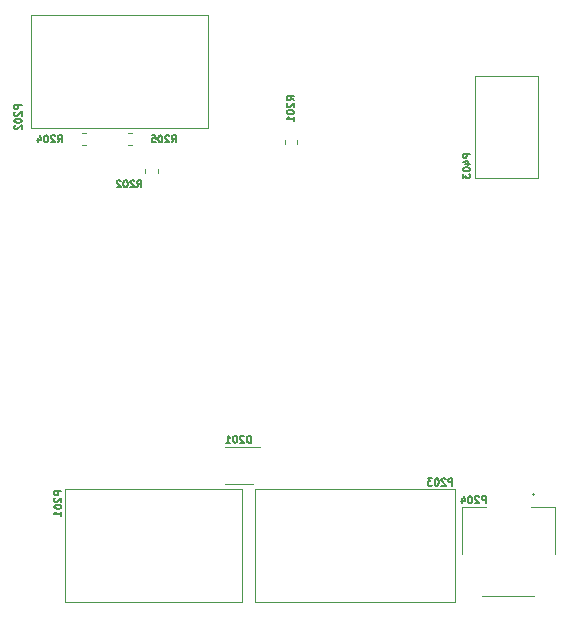
<source format=gbo>
%TF.GenerationSoftware,KiCad,Pcbnew,(5.1.8)-1*%
%TF.CreationDate,2021-02-13T13:26:23-08:00*%
%TF.ProjectId,20200103_8SBMS_A0,32303230-3031-4303-935f-3853424d535f,rev?*%
%TF.SameCoordinates,PXb061cf0PYa92e8c0*%
%TF.FileFunction,Legend,Bot*%
%TF.FilePolarity,Positive*%
%FSLAX46Y46*%
G04 Gerber Fmt 4.6, Leading zero omitted, Abs format (unit mm)*
G04 Created by KiCad (PCBNEW (5.1.8)-1) date 2021-02-13 13:26:23*
%MOMM*%
%LPD*%
G01*
G04 APERTURE LIST*
%ADD10C,0.120000*%
%ADD11C,0.150000*%
G04 APERTURE END LIST*
D10*
X44450000Y4100000D02*
X44450000Y8100000D01*
X50600000Y500000D02*
X46200000Y500000D01*
X50650000Y9100000D02*
G75*
G03*
X50650000Y9100000I-100000J0D01*
G01*
X52350000Y8100000D02*
X52350000Y4100000D01*
X50300000Y8100000D02*
X52350000Y8100000D01*
X44450000Y8100000D02*
X46500000Y8100000D01*
X10850000Y50000D02*
X25850000Y50000D01*
X25850000Y50000D02*
X25850000Y9550000D01*
X25850000Y9550000D02*
X12850000Y9550000D01*
X10850000Y9550000D02*
X12850000Y9550000D01*
X12850000Y50000D02*
X12850000Y50000D01*
X10850000Y50000D02*
X10850000Y9550000D01*
X26938000Y50000D02*
X26938000Y9550000D01*
X30900000Y50000D02*
X30900000Y50000D01*
X26938000Y9550000D02*
X30900000Y9550000D01*
X43900000Y9550000D02*
X30900000Y9550000D01*
X43900000Y50000D02*
X43900000Y9550000D01*
X26938000Y50000D02*
X43900000Y50000D01*
X30485000Y39121267D02*
X30485000Y38778733D01*
X29465000Y39121267D02*
X29465000Y38778733D01*
X17690000Y36646267D02*
X17690000Y36303733D01*
X18710000Y36646267D02*
X18710000Y36303733D01*
X12328733Y39710000D02*
X12671267Y39710000D01*
X12328733Y38690000D02*
X12671267Y38690000D01*
X16571267Y39710000D02*
X16228733Y39710000D01*
X16571267Y38690000D02*
X16228733Y38690000D01*
X26803200Y9996800D02*
X24403200Y9996800D01*
X24403200Y13096800D02*
X27353200Y13096800D01*
X50939000Y44543000D02*
X50939000Y40225000D01*
X45605000Y44543000D02*
X50939000Y44543000D01*
X45605000Y35907000D02*
X45605000Y44543000D01*
X50939000Y35907000D02*
X45605000Y35907000D01*
X50939000Y40225000D02*
X50939000Y35907000D01*
X22975000Y49675000D02*
X22975000Y40175000D01*
X20975000Y49675000D02*
X20975000Y49675000D01*
X22975000Y40175000D02*
X20975000Y40175000D01*
X7975000Y40175000D02*
X20975000Y40175000D01*
X7975000Y49675000D02*
X7975000Y40175000D01*
X22975000Y49675000D02*
X7975000Y49675000D01*
D11*
X46489285Y8403572D02*
X46489285Y9003572D01*
X46260714Y9003572D01*
X46203571Y8975000D01*
X46175000Y8946429D01*
X46146428Y8889286D01*
X46146428Y8803572D01*
X46175000Y8746429D01*
X46203571Y8717858D01*
X46260714Y8689286D01*
X46489285Y8689286D01*
X45917857Y8946429D02*
X45889285Y8975000D01*
X45832142Y9003572D01*
X45689285Y9003572D01*
X45632142Y8975000D01*
X45603571Y8946429D01*
X45575000Y8889286D01*
X45575000Y8832143D01*
X45603571Y8746429D01*
X45946428Y8403572D01*
X45575000Y8403572D01*
X45203571Y9003572D02*
X45146428Y9003572D01*
X45089285Y8975000D01*
X45060714Y8946429D01*
X45032142Y8889286D01*
X45003571Y8775000D01*
X45003571Y8632143D01*
X45032142Y8517858D01*
X45060714Y8460715D01*
X45089285Y8432143D01*
X45146428Y8403572D01*
X45203571Y8403572D01*
X45260714Y8432143D01*
X45289285Y8460715D01*
X45317857Y8517858D01*
X45346428Y8632143D01*
X45346428Y8775000D01*
X45317857Y8889286D01*
X45289285Y8946429D01*
X45260714Y8975000D01*
X45203571Y9003572D01*
X44489285Y8803572D02*
X44489285Y8403572D01*
X44632142Y9032143D02*
X44775000Y8603572D01*
X44403571Y8603572D01*
X10571428Y9389286D02*
X9971428Y9389286D01*
X9971428Y9160715D01*
X10000000Y9103572D01*
X10028571Y9075000D01*
X10085714Y9046429D01*
X10171428Y9046429D01*
X10228571Y9075000D01*
X10257142Y9103572D01*
X10285714Y9160715D01*
X10285714Y9389286D01*
X10028571Y8817858D02*
X10000000Y8789286D01*
X9971428Y8732143D01*
X9971428Y8589286D01*
X10000000Y8532143D01*
X10028571Y8503572D01*
X10085714Y8475000D01*
X10142857Y8475000D01*
X10228571Y8503572D01*
X10571428Y8846429D01*
X10571428Y8475000D01*
X9971428Y8103572D02*
X9971428Y8046429D01*
X10000000Y7989286D01*
X10028571Y7960715D01*
X10085714Y7932143D01*
X10200000Y7903572D01*
X10342857Y7903572D01*
X10457142Y7932143D01*
X10514285Y7960715D01*
X10542857Y7989286D01*
X10571428Y8046429D01*
X10571428Y8103572D01*
X10542857Y8160715D01*
X10514285Y8189286D01*
X10457142Y8217858D01*
X10342857Y8246429D01*
X10200000Y8246429D01*
X10085714Y8217858D01*
X10028571Y8189286D01*
X10000000Y8160715D01*
X9971428Y8103572D01*
X10571428Y7332143D02*
X10571428Y7675000D01*
X10571428Y7503572D02*
X9971428Y7503572D01*
X10057142Y7560715D01*
X10114285Y7617858D01*
X10142857Y7675000D01*
X43664285Y9878572D02*
X43664285Y10478572D01*
X43435714Y10478572D01*
X43378571Y10450000D01*
X43350000Y10421429D01*
X43321428Y10364286D01*
X43321428Y10278572D01*
X43350000Y10221429D01*
X43378571Y10192858D01*
X43435714Y10164286D01*
X43664285Y10164286D01*
X43092857Y10421429D02*
X43064285Y10450000D01*
X43007142Y10478572D01*
X42864285Y10478572D01*
X42807142Y10450000D01*
X42778571Y10421429D01*
X42750000Y10364286D01*
X42750000Y10307143D01*
X42778571Y10221429D01*
X43121428Y9878572D01*
X42750000Y9878572D01*
X42378571Y10478572D02*
X42321428Y10478572D01*
X42264285Y10450000D01*
X42235714Y10421429D01*
X42207142Y10364286D01*
X42178571Y10250000D01*
X42178571Y10107143D01*
X42207142Y9992858D01*
X42235714Y9935715D01*
X42264285Y9907143D01*
X42321428Y9878572D01*
X42378571Y9878572D01*
X42435714Y9907143D01*
X42464285Y9935715D01*
X42492857Y9992858D01*
X42521428Y10107143D01*
X42521428Y10250000D01*
X42492857Y10364286D01*
X42464285Y10421429D01*
X42435714Y10450000D01*
X42378571Y10478572D01*
X41978571Y10478572D02*
X41607142Y10478572D01*
X41807142Y10250000D01*
X41721428Y10250000D01*
X41664285Y10221429D01*
X41635714Y10192858D01*
X41607142Y10135715D01*
X41607142Y9992858D01*
X41635714Y9935715D01*
X41664285Y9907143D01*
X41721428Y9878572D01*
X41892857Y9878572D01*
X41950000Y9907143D01*
X41978571Y9935715D01*
X30256428Y42481429D02*
X29970714Y42681429D01*
X30256428Y42824286D02*
X29656428Y42824286D01*
X29656428Y42595715D01*
X29685000Y42538572D01*
X29713571Y42510000D01*
X29770714Y42481429D01*
X29856428Y42481429D01*
X29913571Y42510000D01*
X29942142Y42538572D01*
X29970714Y42595715D01*
X29970714Y42824286D01*
X29713571Y42252858D02*
X29685000Y42224286D01*
X29656428Y42167143D01*
X29656428Y42024286D01*
X29685000Y41967143D01*
X29713571Y41938572D01*
X29770714Y41910000D01*
X29827857Y41910000D01*
X29913571Y41938572D01*
X30256428Y42281429D01*
X30256428Y41910000D01*
X29656428Y41538572D02*
X29656428Y41481429D01*
X29685000Y41424286D01*
X29713571Y41395715D01*
X29770714Y41367143D01*
X29885000Y41338572D01*
X30027857Y41338572D01*
X30142142Y41367143D01*
X30199285Y41395715D01*
X30227857Y41424286D01*
X30256428Y41481429D01*
X30256428Y41538572D01*
X30227857Y41595715D01*
X30199285Y41624286D01*
X30142142Y41652858D01*
X30027857Y41681429D01*
X29885000Y41681429D01*
X29770714Y41652858D01*
X29713571Y41624286D01*
X29685000Y41595715D01*
X29656428Y41538572D01*
X30256428Y40767143D02*
X30256428Y41110000D01*
X30256428Y40938572D02*
X29656428Y40938572D01*
X29742142Y40995715D01*
X29799285Y41052858D01*
X29827857Y41110000D01*
X16971428Y35128572D02*
X17171428Y35414286D01*
X17314285Y35128572D02*
X17314285Y35728572D01*
X17085714Y35728572D01*
X17028571Y35700000D01*
X17000000Y35671429D01*
X16971428Y35614286D01*
X16971428Y35528572D01*
X17000000Y35471429D01*
X17028571Y35442858D01*
X17085714Y35414286D01*
X17314285Y35414286D01*
X16742857Y35671429D02*
X16714285Y35700000D01*
X16657142Y35728572D01*
X16514285Y35728572D01*
X16457142Y35700000D01*
X16428571Y35671429D01*
X16400000Y35614286D01*
X16400000Y35557143D01*
X16428571Y35471429D01*
X16771428Y35128572D01*
X16400000Y35128572D01*
X16028571Y35728572D02*
X15971428Y35728572D01*
X15914285Y35700000D01*
X15885714Y35671429D01*
X15857142Y35614286D01*
X15828571Y35500000D01*
X15828571Y35357143D01*
X15857142Y35242858D01*
X15885714Y35185715D01*
X15914285Y35157143D01*
X15971428Y35128572D01*
X16028571Y35128572D01*
X16085714Y35157143D01*
X16114285Y35185715D01*
X16142857Y35242858D01*
X16171428Y35357143D01*
X16171428Y35500000D01*
X16142857Y35614286D01*
X16114285Y35671429D01*
X16085714Y35700000D01*
X16028571Y35728572D01*
X15600000Y35671429D02*
X15571428Y35700000D01*
X15514285Y35728572D01*
X15371428Y35728572D01*
X15314285Y35700000D01*
X15285714Y35671429D01*
X15257142Y35614286D01*
X15257142Y35557143D01*
X15285714Y35471429D01*
X15628571Y35128572D01*
X15257142Y35128572D01*
X10246428Y38928572D02*
X10446428Y39214286D01*
X10589285Y38928572D02*
X10589285Y39528572D01*
X10360714Y39528572D01*
X10303571Y39500000D01*
X10275000Y39471429D01*
X10246428Y39414286D01*
X10246428Y39328572D01*
X10275000Y39271429D01*
X10303571Y39242858D01*
X10360714Y39214286D01*
X10589285Y39214286D01*
X10017857Y39471429D02*
X9989285Y39500000D01*
X9932142Y39528572D01*
X9789285Y39528572D01*
X9732142Y39500000D01*
X9703571Y39471429D01*
X9675000Y39414286D01*
X9675000Y39357143D01*
X9703571Y39271429D01*
X10046428Y38928572D01*
X9675000Y38928572D01*
X9303571Y39528572D02*
X9246428Y39528572D01*
X9189285Y39500000D01*
X9160714Y39471429D01*
X9132142Y39414286D01*
X9103571Y39300000D01*
X9103571Y39157143D01*
X9132142Y39042858D01*
X9160714Y38985715D01*
X9189285Y38957143D01*
X9246428Y38928572D01*
X9303571Y38928572D01*
X9360714Y38957143D01*
X9389285Y38985715D01*
X9417857Y39042858D01*
X9446428Y39157143D01*
X9446428Y39300000D01*
X9417857Y39414286D01*
X9389285Y39471429D01*
X9360714Y39500000D01*
X9303571Y39528572D01*
X8589285Y39328572D02*
X8589285Y38928572D01*
X8732142Y39557143D02*
X8875000Y39128572D01*
X8503571Y39128572D01*
X19921428Y38928572D02*
X20121428Y39214286D01*
X20264285Y38928572D02*
X20264285Y39528572D01*
X20035714Y39528572D01*
X19978571Y39500000D01*
X19950000Y39471429D01*
X19921428Y39414286D01*
X19921428Y39328572D01*
X19950000Y39271429D01*
X19978571Y39242858D01*
X20035714Y39214286D01*
X20264285Y39214286D01*
X19692857Y39471429D02*
X19664285Y39500000D01*
X19607142Y39528572D01*
X19464285Y39528572D01*
X19407142Y39500000D01*
X19378571Y39471429D01*
X19350000Y39414286D01*
X19350000Y39357143D01*
X19378571Y39271429D01*
X19721428Y38928572D01*
X19350000Y38928572D01*
X18978571Y39528572D02*
X18921428Y39528572D01*
X18864285Y39500000D01*
X18835714Y39471429D01*
X18807142Y39414286D01*
X18778571Y39300000D01*
X18778571Y39157143D01*
X18807142Y39042858D01*
X18835714Y38985715D01*
X18864285Y38957143D01*
X18921428Y38928572D01*
X18978571Y38928572D01*
X19035714Y38957143D01*
X19064285Y38985715D01*
X19092857Y39042858D01*
X19121428Y39157143D01*
X19121428Y39300000D01*
X19092857Y39414286D01*
X19064285Y39471429D01*
X19035714Y39500000D01*
X18978571Y39528572D01*
X18235714Y39528572D02*
X18521428Y39528572D01*
X18550000Y39242858D01*
X18521428Y39271429D01*
X18464285Y39300000D01*
X18321428Y39300000D01*
X18264285Y39271429D01*
X18235714Y39242858D01*
X18207142Y39185715D01*
X18207142Y39042858D01*
X18235714Y38985715D01*
X18264285Y38957143D01*
X18321428Y38928572D01*
X18464285Y38928572D01*
X18521428Y38957143D01*
X18550000Y38985715D01*
X26597485Y13495372D02*
X26597485Y14095372D01*
X26454628Y14095372D01*
X26368914Y14066800D01*
X26311771Y14009658D01*
X26283200Y13952515D01*
X26254628Y13838229D01*
X26254628Y13752515D01*
X26283200Y13638229D01*
X26311771Y13581086D01*
X26368914Y13523943D01*
X26454628Y13495372D01*
X26597485Y13495372D01*
X26026057Y14038229D02*
X25997485Y14066800D01*
X25940342Y14095372D01*
X25797485Y14095372D01*
X25740342Y14066800D01*
X25711771Y14038229D01*
X25683200Y13981086D01*
X25683200Y13923943D01*
X25711771Y13838229D01*
X26054628Y13495372D01*
X25683200Y13495372D01*
X25311771Y14095372D02*
X25254628Y14095372D01*
X25197485Y14066800D01*
X25168914Y14038229D01*
X25140342Y13981086D01*
X25111771Y13866800D01*
X25111771Y13723943D01*
X25140342Y13609658D01*
X25168914Y13552515D01*
X25197485Y13523943D01*
X25254628Y13495372D01*
X25311771Y13495372D01*
X25368914Y13523943D01*
X25397485Y13552515D01*
X25426057Y13609658D01*
X25454628Y13723943D01*
X25454628Y13866800D01*
X25426057Y13981086D01*
X25397485Y14038229D01*
X25368914Y14066800D01*
X25311771Y14095372D01*
X24540342Y13495372D02*
X24883200Y13495372D01*
X24711771Y13495372D02*
X24711771Y14095372D01*
X24768914Y14009658D01*
X24826057Y13952515D01*
X24883200Y13923943D01*
X45171428Y37964286D02*
X44571428Y37964286D01*
X44571428Y37735715D01*
X44600000Y37678572D01*
X44628571Y37650000D01*
X44685714Y37621429D01*
X44771428Y37621429D01*
X44828571Y37650000D01*
X44857142Y37678572D01*
X44885714Y37735715D01*
X44885714Y37964286D01*
X44771428Y37107143D02*
X45171428Y37107143D01*
X44542857Y37250000D02*
X44971428Y37392858D01*
X44971428Y37021429D01*
X44571428Y36678572D02*
X44571428Y36621429D01*
X44600000Y36564286D01*
X44628571Y36535715D01*
X44685714Y36507143D01*
X44800000Y36478572D01*
X44942857Y36478572D01*
X45057142Y36507143D01*
X45114285Y36535715D01*
X45142857Y36564286D01*
X45171428Y36621429D01*
X45171428Y36678572D01*
X45142857Y36735715D01*
X45114285Y36764286D01*
X45057142Y36792858D01*
X44942857Y36821429D01*
X44800000Y36821429D01*
X44685714Y36792858D01*
X44628571Y36764286D01*
X44600000Y36735715D01*
X44571428Y36678572D01*
X44571428Y36278572D02*
X44571428Y35907143D01*
X44800000Y36107143D01*
X44800000Y36021429D01*
X44828571Y35964286D01*
X44857142Y35935715D01*
X44914285Y35907143D01*
X45057142Y35907143D01*
X45114285Y35935715D01*
X45142857Y35964286D01*
X45171428Y36021429D01*
X45171428Y36192858D01*
X45142857Y36250000D01*
X45114285Y36278572D01*
X7196428Y42089286D02*
X6596428Y42089286D01*
X6596428Y41860715D01*
X6625000Y41803572D01*
X6653571Y41775000D01*
X6710714Y41746429D01*
X6796428Y41746429D01*
X6853571Y41775000D01*
X6882142Y41803572D01*
X6910714Y41860715D01*
X6910714Y42089286D01*
X6653571Y41517858D02*
X6625000Y41489286D01*
X6596428Y41432143D01*
X6596428Y41289286D01*
X6625000Y41232143D01*
X6653571Y41203572D01*
X6710714Y41175000D01*
X6767857Y41175000D01*
X6853571Y41203572D01*
X7196428Y41546429D01*
X7196428Y41175000D01*
X6596428Y40803572D02*
X6596428Y40746429D01*
X6625000Y40689286D01*
X6653571Y40660715D01*
X6710714Y40632143D01*
X6825000Y40603572D01*
X6967857Y40603572D01*
X7082142Y40632143D01*
X7139285Y40660715D01*
X7167857Y40689286D01*
X7196428Y40746429D01*
X7196428Y40803572D01*
X7167857Y40860715D01*
X7139285Y40889286D01*
X7082142Y40917858D01*
X6967857Y40946429D01*
X6825000Y40946429D01*
X6710714Y40917858D01*
X6653571Y40889286D01*
X6625000Y40860715D01*
X6596428Y40803572D01*
X6653571Y40375000D02*
X6625000Y40346429D01*
X6596428Y40289286D01*
X6596428Y40146429D01*
X6625000Y40089286D01*
X6653571Y40060715D01*
X6710714Y40032143D01*
X6767857Y40032143D01*
X6853571Y40060715D01*
X7196428Y40403572D01*
X7196428Y40032143D01*
M02*

</source>
